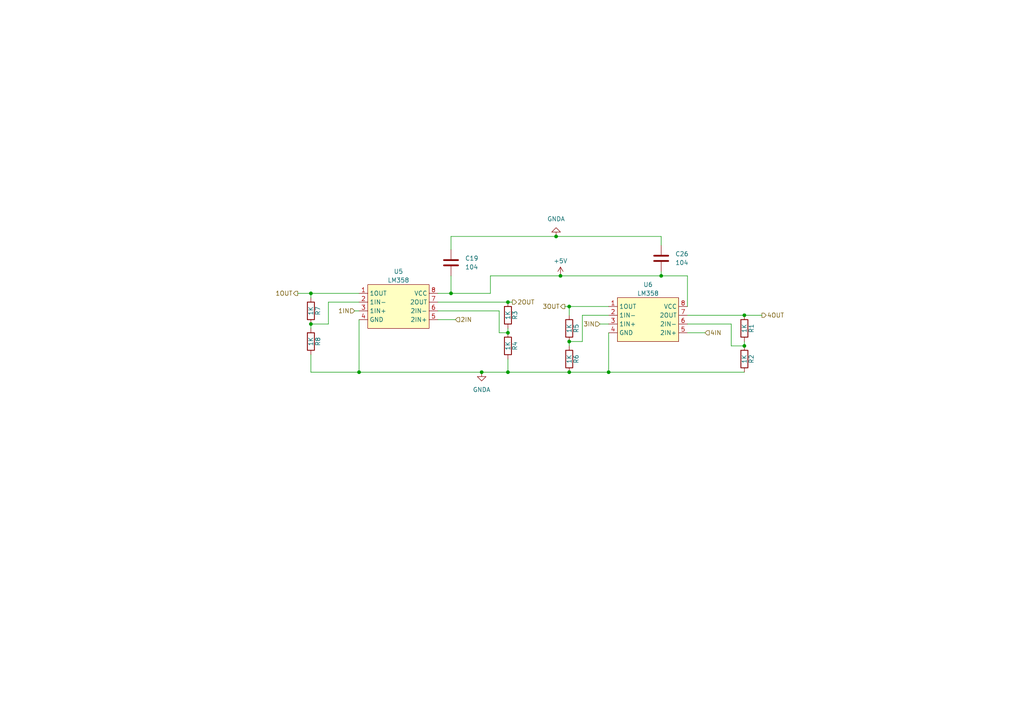
<source format=kicad_sch>
(kicad_sch
	(version 20231120)
	(generator "eeschema")
	(generator_version "8.0")
	(uuid "5323e6af-ffdd-4eff-976f-933d45b3d9d9")
	(paper "A4")
	(lib_symbols
		(symbol "Device:C"
			(pin_numbers hide)
			(pin_names
				(offset 0.254)
			)
			(exclude_from_sim no)
			(in_bom yes)
			(on_board yes)
			(property "Reference" "C"
				(at 0.635 2.54 0)
				(effects
					(font
						(size 1.27 1.27)
					)
					(justify left)
				)
			)
			(property "Value" "C"
				(at 0.635 -2.54 0)
				(effects
					(font
						(size 1.27 1.27)
					)
					(justify left)
				)
			)
			(property "Footprint" ""
				(at 0.9652 -3.81 0)
				(effects
					(font
						(size 1.27 1.27)
					)
					(hide yes)
				)
			)
			(property "Datasheet" "~"
				(at 0 0 0)
				(effects
					(font
						(size 1.27 1.27)
					)
					(hide yes)
				)
			)
			(property "Description" "Unpolarized capacitor"
				(at 0 0 0)
				(effects
					(font
						(size 1.27 1.27)
					)
					(hide yes)
				)
			)
			(property "ki_keywords" "cap capacitor"
				(at 0 0 0)
				(effects
					(font
						(size 1.27 1.27)
					)
					(hide yes)
				)
			)
			(property "ki_fp_filters" "C_*"
				(at 0 0 0)
				(effects
					(font
						(size 1.27 1.27)
					)
					(hide yes)
				)
			)
			(symbol "C_0_1"
				(polyline
					(pts
						(xy -2.032 -0.762) (xy 2.032 -0.762)
					)
					(stroke
						(width 0.508)
						(type default)
					)
					(fill
						(type none)
					)
				)
				(polyline
					(pts
						(xy -2.032 0.762) (xy 2.032 0.762)
					)
					(stroke
						(width 0.508)
						(type default)
					)
					(fill
						(type none)
					)
				)
			)
			(symbol "C_1_1"
				(pin passive line
					(at 0 3.81 270)
					(length 2.794)
					(name "~"
						(effects
							(font
								(size 1.27 1.27)
							)
						)
					)
					(number "1"
						(effects
							(font
								(size 1.27 1.27)
							)
						)
					)
				)
				(pin passive line
					(at 0 -3.81 90)
					(length 2.794)
					(name "~"
						(effects
							(font
								(size 1.27 1.27)
							)
						)
					)
					(number "2"
						(effects
							(font
								(size 1.27 1.27)
							)
						)
					)
				)
			)
		)
		(symbol "Device:R"
			(pin_numbers hide)
			(pin_names
				(offset 0)
			)
			(exclude_from_sim no)
			(in_bom yes)
			(on_board yes)
			(property "Reference" "R"
				(at 2.032 0 90)
				(effects
					(font
						(size 1.27 1.27)
					)
				)
			)
			(property "Value" "R"
				(at 0 0 90)
				(effects
					(font
						(size 1.27 1.27)
					)
				)
			)
			(property "Footprint" ""
				(at -1.778 0 90)
				(effects
					(font
						(size 1.27 1.27)
					)
					(hide yes)
				)
			)
			(property "Datasheet" "~"
				(at 0 0 0)
				(effects
					(font
						(size 1.27 1.27)
					)
					(hide yes)
				)
			)
			(property "Description" "Resistor"
				(at 0 0 0)
				(effects
					(font
						(size 1.27 1.27)
					)
					(hide yes)
				)
			)
			(property "ki_keywords" "R res resistor"
				(at 0 0 0)
				(effects
					(font
						(size 1.27 1.27)
					)
					(hide yes)
				)
			)
			(property "ki_fp_filters" "R_*"
				(at 0 0 0)
				(effects
					(font
						(size 1.27 1.27)
					)
					(hide yes)
				)
			)
			(symbol "R_0_1"
				(rectangle
					(start -1.016 -2.54)
					(end 1.016 2.54)
					(stroke
						(width 0.254)
						(type default)
					)
					(fill
						(type none)
					)
				)
			)
			(symbol "R_1_1"
				(pin passive line
					(at 0 3.81 270)
					(length 1.27)
					(name "~"
						(effects
							(font
								(size 1.27 1.27)
							)
						)
					)
					(number "1"
						(effects
							(font
								(size 1.27 1.27)
							)
						)
					)
				)
				(pin passive line
					(at 0 -3.81 90)
					(length 1.27)
					(name "~"
						(effects
							(font
								(size 1.27 1.27)
							)
						)
					)
					(number "2"
						(effects
							(font
								(size 1.27 1.27)
							)
						)
					)
				)
			)
		)
		(symbol "MY_Library:LM358"
			(exclude_from_sim no)
			(in_bom yes)
			(on_board yes)
			(property "Reference" "U"
				(at 9.652 -7.62 0)
				(effects
					(font
						(size 1.27 1.27)
					)
				)
			)
			(property "Value" ""
				(at 0 0 0)
				(effects
					(font
						(size 1.27 1.27)
					)
				)
			)
			(property "Footprint" "Package_SO:SOIC-8-1EP_3.9x4.9mm_P1.27mm_EP2.29x3mm"
				(at -0.762 -9.652 0)
				(effects
					(font
						(size 1.27 1.27)
					)
					(hide yes)
				)
			)
			(property "Datasheet" ""
				(at 0 0 0)
				(effects
					(font
						(size 1.27 1.27)
					)
					(hide yes)
				)
			)
			(property "Description" ""
				(at 0 0 0)
				(effects
					(font
						(size 1.27 1.27)
					)
					(hide yes)
				)
			)
			(symbol "LM358_1_1"
				(rectangle
					(start -8.89 6.35)
					(end 8.89 -6.35)
					(stroke
						(width 0)
						(type default)
					)
					(fill
						(type background)
					)
				)
				(pin input line
					(at -11.43 3.81 0)
					(length 2.54)
					(name "1OUT"
						(effects
							(font
								(size 1.27 1.27)
							)
						)
					)
					(number "1"
						(effects
							(font
								(size 1.27 1.27)
							)
						)
					)
				)
				(pin input line
					(at -11.43 1.27 0)
					(length 2.54)
					(name "1IN-"
						(effects
							(font
								(size 1.27 1.27)
							)
						)
					)
					(number "2"
						(effects
							(font
								(size 1.27 1.27)
							)
						)
					)
				)
				(pin input line
					(at -11.43 -1.27 0)
					(length 2.54)
					(name "1IN+"
						(effects
							(font
								(size 1.27 1.27)
							)
						)
					)
					(number "3"
						(effects
							(font
								(size 1.27 1.27)
							)
						)
					)
				)
				(pin input line
					(at -11.43 -3.81 0)
					(length 2.54)
					(name "GND"
						(effects
							(font
								(size 1.27 1.27)
							)
						)
					)
					(number "4"
						(effects
							(font
								(size 1.27 1.27)
							)
						)
					)
				)
				(pin input line
					(at 11.43 -3.81 180)
					(length 2.54)
					(name "2IN+"
						(effects
							(font
								(size 1.27 1.27)
							)
						)
					)
					(number "5"
						(effects
							(font
								(size 1.27 1.27)
							)
						)
					)
				)
				(pin input line
					(at 11.43 -1.27 180)
					(length 2.54)
					(name "2IN-"
						(effects
							(font
								(size 1.27 1.27)
							)
						)
					)
					(number "6"
						(effects
							(font
								(size 1.27 1.27)
							)
						)
					)
				)
				(pin input line
					(at 11.43 1.27 180)
					(length 2.54)
					(name "2OUT"
						(effects
							(font
								(size 1.27 1.27)
							)
						)
					)
					(number "7"
						(effects
							(font
								(size 1.27 1.27)
							)
						)
					)
				)
				(pin input line
					(at 11.43 3.81 180)
					(length 2.54)
					(name "VCC"
						(effects
							(font
								(size 1.27 1.27)
							)
						)
					)
					(number "8"
						(effects
							(font
								(size 1.27 1.27)
							)
						)
					)
				)
			)
		)
		(symbol "power:+5V"
			(power)
			(pin_names
				(offset 0)
			)
			(exclude_from_sim no)
			(in_bom yes)
			(on_board yes)
			(property "Reference" "#PWR"
				(at 0 -3.81 0)
				(effects
					(font
						(size 1.27 1.27)
					)
					(hide yes)
				)
			)
			(property "Value" "+5V"
				(at 0 3.556 0)
				(effects
					(font
						(size 1.27 1.27)
					)
				)
			)
			(property "Footprint" ""
				(at 0 0 0)
				(effects
					(font
						(size 1.27 1.27)
					)
					(hide yes)
				)
			)
			(property "Datasheet" ""
				(at 0 0 0)
				(effects
					(font
						(size 1.27 1.27)
					)
					(hide yes)
				)
			)
			(property "Description" "Power symbol creates a global label with name \"+5V\""
				(at 0 0 0)
				(effects
					(font
						(size 1.27 1.27)
					)
					(hide yes)
				)
			)
			(property "ki_keywords" "global power"
				(at 0 0 0)
				(effects
					(font
						(size 1.27 1.27)
					)
					(hide yes)
				)
			)
			(symbol "+5V_0_1"
				(polyline
					(pts
						(xy -0.762 1.27) (xy 0 2.54)
					)
					(stroke
						(width 0)
						(type default)
					)
					(fill
						(type none)
					)
				)
				(polyline
					(pts
						(xy 0 0) (xy 0 2.54)
					)
					(stroke
						(width 0)
						(type default)
					)
					(fill
						(type none)
					)
				)
				(polyline
					(pts
						(xy 0 2.54) (xy 0.762 1.27)
					)
					(stroke
						(width 0)
						(type default)
					)
					(fill
						(type none)
					)
				)
			)
			(symbol "+5V_1_1"
				(pin power_in line
					(at 0 0 90)
					(length 0) hide
					(name "+5V"
						(effects
							(font
								(size 1.27 1.27)
							)
						)
					)
					(number "1"
						(effects
							(font
								(size 1.27 1.27)
							)
						)
					)
				)
			)
		)
		(symbol "power:GNDA"
			(power)
			(pin_names
				(offset 0)
			)
			(exclude_from_sim no)
			(in_bom yes)
			(on_board yes)
			(property "Reference" "#PWR"
				(at 0 -6.35 0)
				(effects
					(font
						(size 1.27 1.27)
					)
					(hide yes)
				)
			)
			(property "Value" "GNDA"
				(at 0 -3.81 0)
				(effects
					(font
						(size 1.27 1.27)
					)
				)
			)
			(property "Footprint" ""
				(at 0 0 0)
				(effects
					(font
						(size 1.27 1.27)
					)
					(hide yes)
				)
			)
			(property "Datasheet" ""
				(at 0 0 0)
				(effects
					(font
						(size 1.27 1.27)
					)
					(hide yes)
				)
			)
			(property "Description" "Power symbol creates a global label with name \"GNDA\" , analog ground"
				(at 0 0 0)
				(effects
					(font
						(size 1.27 1.27)
					)
					(hide yes)
				)
			)
			(property "ki_keywords" "global power"
				(at 0 0 0)
				(effects
					(font
						(size 1.27 1.27)
					)
					(hide yes)
				)
			)
			(symbol "GNDA_0_1"
				(polyline
					(pts
						(xy 0 0) (xy 0 -1.27) (xy 1.27 -1.27) (xy 0 -2.54) (xy -1.27 -1.27) (xy 0 -1.27)
					)
					(stroke
						(width 0)
						(type default)
					)
					(fill
						(type none)
					)
				)
			)
			(symbol "GNDA_1_1"
				(pin power_in line
					(at 0 0 270)
					(length 0) hide
					(name "GNDA"
						(effects
							(font
								(size 1.27 1.27)
							)
						)
					)
					(number "1"
						(effects
							(font
								(size 1.27 1.27)
							)
						)
					)
				)
			)
		)
	)
	(junction
		(at 90.17 93.98)
		(diameter 0)
		(color 0 0 0 0)
		(uuid "112ed757-6afc-422a-a844-ef566106d2b3")
	)
	(junction
		(at 165.1 107.95)
		(diameter 0)
		(color 0 0 0 0)
		(uuid "127fadc8-efb2-4985-8226-4e872f9deafd")
	)
	(junction
		(at 130.81 85.09)
		(diameter 0)
		(color 0 0 0 0)
		(uuid "15586260-d656-40ed-910c-e20a7b5f272f")
	)
	(junction
		(at 165.1 99.06)
		(diameter 0)
		(color 0 0 0 0)
		(uuid "3b3d8964-05d3-4f43-b3c1-0668d40f11e2")
	)
	(junction
		(at 191.77 80.01)
		(diameter 0)
		(color 0 0 0 0)
		(uuid "4fa0c9eb-d462-4378-849f-eb38b34416a1")
	)
	(junction
		(at 162.56 80.01)
		(diameter 0)
		(color 0 0 0 0)
		(uuid "57a1cf27-c799-4a66-be2f-0da0b4d86990")
	)
	(junction
		(at 139.7 107.95)
		(diameter 0)
		(color 0 0 0 0)
		(uuid "57b9acc2-a29a-44a2-ae6c-43d6c9bc3414")
	)
	(junction
		(at 215.9 100.33)
		(diameter 0)
		(color 0 0 0 0)
		(uuid "59d0a1af-90d2-4b4b-bf0c-9eb40cf36498")
	)
	(junction
		(at 104.14 107.95)
		(diameter 0)
		(color 0 0 0 0)
		(uuid "60123eb3-de3e-4bb2-9648-a8a8a8fc8919")
	)
	(junction
		(at 215.9 91.44)
		(diameter 0)
		(color 0 0 0 0)
		(uuid "80e9cccf-b83d-4c10-b088-acdea64ae174")
	)
	(junction
		(at 147.32 87.63)
		(diameter 0)
		(color 0 0 0 0)
		(uuid "a8983c36-0dcb-4891-8785-0a7f902e85dd")
	)
	(junction
		(at 147.32 96.52)
		(diameter 0)
		(color 0 0 0 0)
		(uuid "acec1bc4-3c04-4b73-b90e-8b67d16e9c70")
	)
	(junction
		(at 176.53 107.95)
		(diameter 0)
		(color 0 0 0 0)
		(uuid "ca07bfcf-4748-43a8-b9a2-a7e3fc5ba112")
	)
	(junction
		(at 161.29 68.58)
		(diameter 0)
		(color 0 0 0 0)
		(uuid "d1d85ec7-3387-4f2a-8ed0-10a39af3b411")
	)
	(junction
		(at 165.1 88.9)
		(diameter 0)
		(color 0 0 0 0)
		(uuid "e54b9ffd-1750-47e0-9c67-ca26c47be148")
	)
	(junction
		(at 147.32 107.95)
		(diameter 0)
		(color 0 0 0 0)
		(uuid "e872461f-b319-41fe-8873-4ec8db9f38c7")
	)
	(junction
		(at 90.17 85.09)
		(diameter 0)
		(color 0 0 0 0)
		(uuid "fb0a9e49-c6eb-4e99-b22a-d9eedec0048f")
	)
	(wire
		(pts
			(xy 139.7 107.95) (xy 104.14 107.95)
		)
		(stroke
			(width 0)
			(type default)
		)
		(uuid "083eedd4-87c5-4764-a95b-052c83460fcf")
	)
	(wire
		(pts
			(xy 199.39 93.98) (xy 212.09 93.98)
		)
		(stroke
			(width 0)
			(type default)
		)
		(uuid "0b1edc18-490e-4e2d-9b2d-4e7a921c2860")
	)
	(wire
		(pts
			(xy 191.77 78.74) (xy 191.77 80.01)
		)
		(stroke
			(width 0)
			(type default)
		)
		(uuid "0b8f097e-1c4c-414d-9880-df6e15ca4c68")
	)
	(wire
		(pts
			(xy 90.17 102.87) (xy 90.17 107.95)
		)
		(stroke
			(width 0)
			(type default)
		)
		(uuid "1182c1a1-5354-4202-80cc-805b0e91c476")
	)
	(wire
		(pts
			(xy 173.99 93.98) (xy 176.53 93.98)
		)
		(stroke
			(width 0)
			(type default)
		)
		(uuid "14f15cf0-fcbe-4c5b-b8c6-bae839a62e5f")
	)
	(wire
		(pts
			(xy 142.24 85.09) (xy 130.81 85.09)
		)
		(stroke
			(width 0)
			(type default)
		)
		(uuid "1603ca75-9aeb-4dd0-b0a9-68d2203a274a")
	)
	(wire
		(pts
			(xy 90.17 85.09) (xy 104.14 85.09)
		)
		(stroke
			(width 0)
			(type default)
		)
		(uuid "1f4975fd-bc05-445a-b0ab-6a212f12bdcc")
	)
	(wire
		(pts
			(xy 147.32 95.25) (xy 147.32 96.52)
		)
		(stroke
			(width 0)
			(type default)
		)
		(uuid "21b84398-918c-4fb0-8cbd-e77b9c316072")
	)
	(wire
		(pts
			(xy 147.32 104.14) (xy 147.32 107.95)
		)
		(stroke
			(width 0)
			(type default)
		)
		(uuid "338890d4-cf31-466d-b58d-81be87762790")
	)
	(wire
		(pts
			(xy 142.24 80.01) (xy 142.24 85.09)
		)
		(stroke
			(width 0)
			(type default)
		)
		(uuid "3478d279-83c7-4e90-9d70-5cc58a2737c2")
	)
	(wire
		(pts
			(xy 176.53 107.95) (xy 165.1 107.95)
		)
		(stroke
			(width 0)
			(type default)
		)
		(uuid "367787ca-7077-49ab-98b0-75256a8a7276")
	)
	(wire
		(pts
			(xy 130.81 72.39) (xy 130.81 68.58)
		)
		(stroke
			(width 0)
			(type default)
		)
		(uuid "3a5fadd8-6172-4f40-be9b-b60c32ea0bac")
	)
	(wire
		(pts
			(xy 176.53 107.95) (xy 215.9 107.95)
		)
		(stroke
			(width 0)
			(type default)
		)
		(uuid "3d95e3aa-d705-4a25-a589-49823ddc8c34")
	)
	(wire
		(pts
			(xy 199.39 91.44) (xy 215.9 91.44)
		)
		(stroke
			(width 0)
			(type default)
		)
		(uuid "408d9f37-8e63-4348-955b-b2c3a0fb15f2")
	)
	(wire
		(pts
			(xy 102.87 90.17) (xy 104.14 90.17)
		)
		(stroke
			(width 0)
			(type default)
		)
		(uuid "474b560b-e29e-435f-8f6d-f29fbb530c40")
	)
	(wire
		(pts
			(xy 147.32 107.95) (xy 139.7 107.95)
		)
		(stroke
			(width 0)
			(type default)
		)
		(uuid "4a6bcea6-b6ea-4fea-9fd5-58e62e402fb7")
	)
	(wire
		(pts
			(xy 168.91 91.44) (xy 176.53 91.44)
		)
		(stroke
			(width 0)
			(type default)
		)
		(uuid "4b9df4d8-8d8c-40f8-9072-7219552d61b7")
	)
	(wire
		(pts
			(xy 90.17 86.36) (xy 90.17 85.09)
		)
		(stroke
			(width 0)
			(type default)
		)
		(uuid "4c584e7e-7eb4-4451-b266-523047ecd273")
	)
	(wire
		(pts
			(xy 199.39 96.52) (xy 204.47 96.52)
		)
		(stroke
			(width 0)
			(type default)
		)
		(uuid "5127a547-9fa5-4c46-bd1d-cd7c54cf995b")
	)
	(wire
		(pts
			(xy 127 90.17) (xy 144.78 90.17)
		)
		(stroke
			(width 0)
			(type default)
		)
		(uuid "537bb732-7423-40d5-b5b9-0593c9684ffc")
	)
	(wire
		(pts
			(xy 95.25 93.98) (xy 90.17 93.98)
		)
		(stroke
			(width 0)
			(type default)
		)
		(uuid "5e7d472b-04a0-4211-875b-4d8d97bf519c")
	)
	(wire
		(pts
			(xy 147.32 87.63) (xy 148.59 87.63)
		)
		(stroke
			(width 0)
			(type default)
		)
		(uuid "605e4379-3687-4e91-af32-e56dbc9701aa")
	)
	(wire
		(pts
			(xy 165.1 88.9) (xy 165.1 91.44)
		)
		(stroke
			(width 0)
			(type default)
		)
		(uuid "61580c10-0d65-4b5a-aa7c-d984f87f2794")
	)
	(wire
		(pts
			(xy 215.9 100.33) (xy 215.9 99.06)
		)
		(stroke
			(width 0)
			(type default)
		)
		(uuid "67d83e82-d3ea-43a9-a7a5-e53205ffbffb")
	)
	(wire
		(pts
			(xy 90.17 107.95) (xy 104.14 107.95)
		)
		(stroke
			(width 0)
			(type default)
		)
		(uuid "686276e5-c826-4e82-a83b-769b2c43e3a0")
	)
	(wire
		(pts
			(xy 130.81 80.01) (xy 130.81 85.09)
		)
		(stroke
			(width 0)
			(type default)
		)
		(uuid "68c575f3-664d-4110-a2e5-ef2284797528")
	)
	(wire
		(pts
			(xy 215.9 91.44) (xy 220.98 91.44)
		)
		(stroke
			(width 0)
			(type default)
		)
		(uuid "6ca8d39c-e0ff-499a-b29b-c6330652b4f9")
	)
	(wire
		(pts
			(xy 176.53 96.52) (xy 176.53 107.95)
		)
		(stroke
			(width 0)
			(type default)
		)
		(uuid "6dc2ad87-38e1-4c3e-963b-8828305a0136")
	)
	(wire
		(pts
			(xy 130.81 85.09) (xy 127 85.09)
		)
		(stroke
			(width 0)
			(type default)
		)
		(uuid "80f5c83f-5df1-46de-869b-5df04030afe5")
	)
	(wire
		(pts
			(xy 95.25 87.63) (xy 104.14 87.63)
		)
		(stroke
			(width 0)
			(type default)
		)
		(uuid "82057104-af03-4a19-ac3e-127428bf3981")
	)
	(wire
		(pts
			(xy 191.77 80.01) (xy 199.39 80.01)
		)
		(stroke
			(width 0)
			(type default)
		)
		(uuid "8b7346e8-0836-4a38-9dca-1daf2316a2b6")
	)
	(wire
		(pts
			(xy 165.1 88.9) (xy 176.53 88.9)
		)
		(stroke
			(width 0)
			(type default)
		)
		(uuid "8cb85310-0ea6-4216-9d14-4ede3bd3b718")
	)
	(wire
		(pts
			(xy 162.56 80.01) (xy 191.77 80.01)
		)
		(stroke
			(width 0)
			(type default)
		)
		(uuid "94ea3bb4-56c1-4639-a327-fdf9f5f99cdf")
	)
	(wire
		(pts
			(xy 90.17 93.98) (xy 90.17 95.25)
		)
		(stroke
			(width 0)
			(type default)
		)
		(uuid "96e7b46f-82f8-4fa8-967e-db8bac6c38d9")
	)
	(wire
		(pts
			(xy 212.09 93.98) (xy 212.09 100.33)
		)
		(stroke
			(width 0)
			(type default)
		)
		(uuid "97c6d00d-ccc4-4c5b-8c21-171f91abf8a6")
	)
	(wire
		(pts
			(xy 127 87.63) (xy 147.32 87.63)
		)
		(stroke
			(width 0)
			(type default)
		)
		(uuid "9924931a-b97a-4277-85c7-19d64916171a")
	)
	(wire
		(pts
			(xy 161.29 68.58) (xy 191.77 68.58)
		)
		(stroke
			(width 0)
			(type default)
		)
		(uuid "b05eb57c-9e1e-433e-8553-7fac015ad37e")
	)
	(wire
		(pts
			(xy 163.83 88.9) (xy 165.1 88.9)
		)
		(stroke
			(width 0)
			(type default)
		)
		(uuid "b4c87b07-b32f-410b-a54f-f0cd2fe27479")
	)
	(wire
		(pts
			(xy 104.14 107.95) (xy 104.14 92.71)
		)
		(stroke
			(width 0)
			(type default)
		)
		(uuid "b58cf248-083e-40d9-b9df-66871666e7df")
	)
	(wire
		(pts
			(xy 86.36 85.09) (xy 90.17 85.09)
		)
		(stroke
			(width 0)
			(type default)
		)
		(uuid "b88d2b9b-75d8-4b3c-9089-2c10ada8bf8f")
	)
	(wire
		(pts
			(xy 168.91 99.06) (xy 165.1 99.06)
		)
		(stroke
			(width 0)
			(type default)
		)
		(uuid "bd3e4ff4-ea6a-4151-8c1b-d06ae7b2c289")
	)
	(wire
		(pts
			(xy 95.25 87.63) (xy 95.25 93.98)
		)
		(stroke
			(width 0)
			(type default)
		)
		(uuid "d0fa1d4d-b53e-4381-9082-72d39f1960e1")
	)
	(wire
		(pts
			(xy 127 92.71) (xy 132.08 92.71)
		)
		(stroke
			(width 0)
			(type default)
		)
		(uuid "d5b0f1c7-9201-41aa-9c55-7959f0795083")
	)
	(wire
		(pts
			(xy 165.1 99.06) (xy 165.1 100.33)
		)
		(stroke
			(width 0)
			(type default)
		)
		(uuid "d8459947-6bcf-4adb-9645-e3a1459cf728")
	)
	(wire
		(pts
			(xy 130.81 68.58) (xy 161.29 68.58)
		)
		(stroke
			(width 0)
			(type default)
		)
		(uuid "d8fbb5ee-35b0-4040-aa4c-6fc261338697")
	)
	(wire
		(pts
			(xy 191.77 71.12) (xy 191.77 68.58)
		)
		(stroke
			(width 0)
			(type default)
		)
		(uuid "dd56ccf0-0bf3-4196-a162-d1c3df8197d4")
	)
	(wire
		(pts
			(xy 212.09 100.33) (xy 215.9 100.33)
		)
		(stroke
			(width 0)
			(type default)
		)
		(uuid "df6c3dc1-4c23-41ac-bcdd-f9d376f2bd25")
	)
	(wire
		(pts
			(xy 144.78 90.17) (xy 144.78 96.52)
		)
		(stroke
			(width 0)
			(type default)
		)
		(uuid "e8e70495-31fe-4378-9412-e61584993699")
	)
	(wire
		(pts
			(xy 142.24 80.01) (xy 162.56 80.01)
		)
		(stroke
			(width 0)
			(type default)
		)
		(uuid "ec4cfac3-1bbc-4837-b478-06ce0532637a")
	)
	(wire
		(pts
			(xy 168.91 91.44) (xy 168.91 99.06)
		)
		(stroke
			(width 0)
			(type default)
		)
		(uuid "f3e7378f-712c-41cf-a593-f26f51b25ccd")
	)
	(wire
		(pts
			(xy 199.39 88.9) (xy 199.39 80.01)
		)
		(stroke
			(width 0)
			(type default)
		)
		(uuid "fb0efedd-7887-4df3-b9a9-c57a63aacba8")
	)
	(wire
		(pts
			(xy 144.78 96.52) (xy 147.32 96.52)
		)
		(stroke
			(width 0)
			(type default)
		)
		(uuid "fb3461b5-9db9-4437-9dd1-9a498ab1ab4a")
	)
	(wire
		(pts
			(xy 165.1 107.95) (xy 147.32 107.95)
		)
		(stroke
			(width 0)
			(type default)
		)
		(uuid "ffd38b1e-4d34-43cc-82bf-55bce1d5f424")
	)
	(hierarchical_label "2IN"
		(shape input)
		(at 132.08 92.71 0)
		(fields_autoplaced yes)
		(effects
			(font
				(size 1.27 1.27)
			)
			(justify left)
		)
		(uuid "035b44d4-984d-4ea2-b30b-19731f84340c")
	)
	(hierarchical_label "2OUT"
		(shape output)
		(at 148.59 87.63 0)
		(fields_autoplaced yes)
		(effects
			(font
				(size 1.27 1.27)
			)
			(justify left)
		)
		(uuid "75b047fb-845f-4fff-b2b1-48a4fa5af0ad")
	)
	(hierarchical_label "3IN"
		(shape input)
		(at 173.99 93.98 180)
		(fields_autoplaced yes)
		(effects
			(font
				(size 1.27 1.27)
			)
			(justify right)
		)
		(uuid "9db1949f-b6e8-4850-9c5d-df13b571c6ce")
	)
	(hierarchical_label "1IN"
		(shape input)
		(at 102.87 90.17 180)
		(fields_autoplaced yes)
		(effects
			(font
				(size 1.27 1.27)
			)
			(justify right)
		)
		(uuid "af7464b5-11ff-409e-b2fa-3d095246c91c")
	)
	(hierarchical_label "1OUT"
		(shape output)
		(at 86.36 85.09 180)
		(fields_autoplaced yes)
		(effects
			(font
				(size 1.27 1.27)
			)
			(justify right)
		)
		(uuid "b25a60f8-8597-4200-84a7-55f3f00320e4")
	)
	(hierarchical_label "4IN"
		(shape input)
		(at 204.47 96.52 0)
		(fields_autoplaced yes)
		(effects
			(font
				(size 1.27 1.27)
			)
			(justify left)
		)
		(uuid "c007af56-9750-4411-aea3-f007335bcf62")
	)
	(hierarchical_label "4OUT"
		(shape output)
		(at 220.98 91.44 0)
		(fields_autoplaced yes)
		(effects
			(font
				(size 1.27 1.27)
			)
			(justify left)
		)
		(uuid "c5f19e8f-7bb5-47ae-8c9d-4a4b05e0d746")
	)
	(hierarchical_label "3OUT"
		(shape output)
		(at 163.83 88.9 180)
		(fields_autoplaced yes)
		(effects
			(font
				(size 1.27 1.27)
			)
			(justify right)
		)
		(uuid "d5a24f6c-cc86-47ea-9a3b-53faa7cb41c9")
	)
	(symbol
		(lib_id "Device:R")
		(at 90.17 90.17 180)
		(unit 1)
		(exclude_from_sim no)
		(in_bom yes)
		(on_board yes)
		(dnp no)
		(uuid "03e17983-52b1-4930-b418-793a0928e934")
		(property "Reference" "R7"
			(at 92.202 90.17 90)
			(effects
				(font
					(size 1.27 1.27)
				)
			)
		)
		(property "Value" "1K"
			(at 90.17 90.17 90)
			(effects
				(font
					(size 1.27 1.27)
				)
			)
		)
		(property "Footprint" "Resistor_SMD:R_0805_2012Metric_Pad1.20x1.40mm_HandSolder"
			(at 91.948 90.17 90)
			(effects
				(font
					(size 1.27 1.27)
				)
				(hide yes)
			)
		)
		(property "Datasheet" "~"
			(at 90.17 90.17 0)
			(effects
				(font
					(size 1.27 1.27)
				)
				(hide yes)
			)
		)
		(property "Description" ""
			(at 90.17 90.17 0)
			(effects
				(font
					(size 1.27 1.27)
				)
				(hide yes)
			)
		)
		(pin "2"
			(uuid "a2936f87-68ca-4823-b703-92d077c7dc2a")
		)
		(pin "1"
			(uuid "fa956a49-d4dd-48ac-8fca-f39a54ee8e83")
		)
		(instances
			(project "运动控制卡"
				(path "/44f95aaa-b8fb-4878-90c0-6b2790b3f62f/6bcda6e2-c782-4bb5-932b-9cc10393a231"
					(reference "R7")
					(unit 1)
				)
			)
		)
	)
	(symbol
		(lib_id "Device:R")
		(at 215.9 104.14 180)
		(unit 1)
		(exclude_from_sim no)
		(in_bom yes)
		(on_board yes)
		(dnp no)
		(uuid "07df3e89-2478-437f-adca-7893845d3f3b")
		(property "Reference" "R2"
			(at 217.932 104.14 90)
			(effects
				(font
					(size 1.27 1.27)
				)
			)
		)
		(property "Value" "1K"
			(at 215.9 104.14 90)
			(effects
				(font
					(size 1.27 1.27)
				)
			)
		)
		(property "Footprint" "Resistor_SMD:R_0805_2012Metric_Pad1.20x1.40mm_HandSolder"
			(at 217.678 104.14 90)
			(effects
				(font
					(size 1.27 1.27)
				)
				(hide yes)
			)
		)
		(property "Datasheet" "~"
			(at 215.9 104.14 0)
			(effects
				(font
					(size 1.27 1.27)
				)
				(hide yes)
			)
		)
		(property "Description" ""
			(at 215.9 104.14 0)
			(effects
				(font
					(size 1.27 1.27)
				)
				(hide yes)
			)
		)
		(pin "2"
			(uuid "a7d7c8e8-229f-4313-ba31-a54dc1ed7afe")
		)
		(pin "1"
			(uuid "8b77a79f-2ffb-4c64-92e2-942051a688da")
		)
		(instances
			(project "运动控制卡"
				(path "/44f95aaa-b8fb-4878-90c0-6b2790b3f62f/6bcda6e2-c782-4bb5-932b-9cc10393a231"
					(reference "R2")
					(unit 1)
				)
			)
		)
	)
	(symbol
		(lib_id "MY_Library:LM358")
		(at 187.96 92.71 0)
		(unit 1)
		(exclude_from_sim no)
		(in_bom yes)
		(on_board yes)
		(dnp no)
		(fields_autoplaced yes)
		(uuid "2d5fd550-cfb0-4825-b645-716c5446df20")
		(property "Reference" "U6"
			(at 187.96 82.55 0)
			(effects
				(font
					(size 1.27 1.27)
				)
			)
		)
		(property "Value" "LM358"
			(at 187.96 85.09 0)
			(effects
				(font
					(size 1.27 1.27)
				)
			)
		)
		(property "Footprint" "Package_SO:SOIC-8_3.9x4.9mm_P1.27mm"
			(at 187.198 102.362 0)
			(effects
				(font
					(size 1.27 1.27)
				)
				(hide yes)
			)
		)
		(property "Datasheet" ""
			(at 187.96 92.71 0)
			(effects
				(font
					(size 1.27 1.27)
				)
				(hide yes)
			)
		)
		(property "Description" ""
			(at 187.96 92.71 0)
			(effects
				(font
					(size 1.27 1.27)
				)
				(hide yes)
			)
		)
		(pin "2"
			(uuid "f1e7ed40-a833-4c37-a76d-8b6274085a76")
		)
		(pin "7"
			(uuid "4b12f09f-67d3-4a05-9780-c55d03319b30")
		)
		(pin "8"
			(uuid "edb42163-362c-401f-82e9-cab792745f66")
		)
		(pin "4"
			(uuid "b8a3e2d6-7dcf-45a7-b55d-72fb7094c498")
		)
		(pin "1"
			(uuid "221bdbf0-f975-4f07-847b-214e5663aecf")
		)
		(pin "3"
			(uuid "24e84bee-90af-42c0-bc04-678cf07c0ed4")
		)
		(pin "5"
			(uuid "dc82ddf0-fd41-487f-a126-2bc2c0447e36")
		)
		(pin "6"
			(uuid "ff7b4f4a-008c-435f-b3fb-89bbac5990d7")
		)
		(instances
			(project "运动控制卡"
				(path "/44f95aaa-b8fb-4878-90c0-6b2790b3f62f/6bcda6e2-c782-4bb5-932b-9cc10393a231"
					(reference "U6")
					(unit 1)
				)
			)
		)
	)
	(symbol
		(lib_id "Device:R")
		(at 165.1 95.25 180)
		(unit 1)
		(exclude_from_sim no)
		(in_bom yes)
		(on_board yes)
		(dnp no)
		(uuid "2d7ed7d0-2cb1-4072-899b-26ca02adac6c")
		(property "Reference" "R5"
			(at 167.132 95.25 90)
			(effects
				(font
					(size 1.27 1.27)
				)
			)
		)
		(property "Value" "1K"
			(at 165.1 95.25 90)
			(effects
				(font
					(size 1.27 1.27)
				)
			)
		)
		(property "Footprint" "Resistor_SMD:R_0805_2012Metric_Pad1.20x1.40mm_HandSolder"
			(at 166.878 95.25 90)
			(effects
				(font
					(size 1.27 1.27)
				)
				(hide yes)
			)
		)
		(property "Datasheet" "~"
			(at 165.1 95.25 0)
			(effects
				(font
					(size 1.27 1.27)
				)
				(hide yes)
			)
		)
		(property "Description" ""
			(at 165.1 95.25 0)
			(effects
				(font
					(size 1.27 1.27)
				)
				(hide yes)
			)
		)
		(pin "2"
			(uuid "50d978b2-d565-4109-bc80-d7a573a0882a")
		)
		(pin "1"
			(uuid "a2db384d-cade-46f8-aa77-31b7a11f49e1")
		)
		(instances
			(project "运动控制卡"
				(path "/44f95aaa-b8fb-4878-90c0-6b2790b3f62f/6bcda6e2-c782-4bb5-932b-9cc10393a231"
					(reference "R5")
					(unit 1)
				)
			)
		)
	)
	(symbol
		(lib_id "MY_Library:LM358")
		(at 115.57 88.9 0)
		(unit 1)
		(exclude_from_sim no)
		(in_bom yes)
		(on_board yes)
		(dnp no)
		(fields_autoplaced yes)
		(uuid "477734f5-16ea-47c0-a490-dfb691c8c8f4")
		(property "Reference" "U5"
			(at 115.57 78.74 0)
			(effects
				(font
					(size 1.27 1.27)
				)
			)
		)
		(property "Value" "LM358"
			(at 115.57 81.28 0)
			(effects
				(font
					(size 1.27 1.27)
				)
			)
		)
		(property "Footprint" "Package_SO:SOIC-8_3.9x4.9mm_P1.27mm"
			(at 114.808 98.552 0)
			(effects
				(font
					(size 1.27 1.27)
				)
				(hide yes)
			)
		)
		(property "Datasheet" ""
			(at 115.57 88.9 0)
			(effects
				(font
					(size 1.27 1.27)
				)
				(hide yes)
			)
		)
		(property "Description" ""
			(at 115.57 88.9 0)
			(effects
				(font
					(size 1.27 1.27)
				)
				(hide yes)
			)
		)
		(pin "6"
			(uuid "829ca6bc-68f2-4906-bd56-c4aa7201e91e")
		)
		(pin "1"
			(uuid "c41514ad-ee1e-4bb1-bf41-173fae0ab16f")
		)
		(pin "7"
			(uuid "9d14e9bf-9aa2-4237-8dc5-1448da28c891")
		)
		(pin "8"
			(uuid "27d44919-b838-41c0-bc2c-94c9b58f624e")
		)
		(pin "3"
			(uuid "f44eb2f2-8212-42c6-ab3b-eff59c12bb84")
		)
		(pin "4"
			(uuid "b1c388cc-4c4b-4d5b-8528-a48861bfe7d1")
		)
		(pin "5"
			(uuid "baebe77a-c28a-469a-bcc8-21fd152325d1")
		)
		(pin "2"
			(uuid "10957daa-8f05-4b21-9e0f-a62066e77e4e")
		)
		(instances
			(project "运动控制卡"
				(path "/44f95aaa-b8fb-4878-90c0-6b2790b3f62f/6bcda6e2-c782-4bb5-932b-9cc10393a231"
					(reference "U5")
					(unit 1)
				)
			)
		)
	)
	(symbol
		(lib_id "power:GNDA")
		(at 139.7 107.95 0)
		(unit 1)
		(exclude_from_sim no)
		(in_bom yes)
		(on_board yes)
		(dnp no)
		(fields_autoplaced yes)
		(uuid "50251147-ecf2-48ab-8fdd-cae3e3703862")
		(property "Reference" "#PWR020"
			(at 139.7 114.3 0)
			(effects
				(font
					(size 1.27 1.27)
				)
				(hide yes)
			)
		)
		(property "Value" "GNDA"
			(at 139.7 113.03 0)
			(effects
				(font
					(size 1.27 1.27)
				)
			)
		)
		(property "Footprint" ""
			(at 139.7 107.95 0)
			(effects
				(font
					(size 1.27 1.27)
				)
				(hide yes)
			)
		)
		(property "Datasheet" ""
			(at 139.7 107.95 0)
			(effects
				(font
					(size 1.27 1.27)
				)
				(hide yes)
			)
		)
		(property "Description" "Power symbol creates a global label with name \"GNDA\" , analog ground"
			(at 139.7 107.95 0)
			(effects
				(font
					(size 1.27 1.27)
				)
				(hide yes)
			)
		)
		(pin "1"
			(uuid "a16fa0ff-9b45-4f2d-9c1d-8dd05dd03b58")
		)
		(instances
			(project "运动控制卡"
				(path "/44f95aaa-b8fb-4878-90c0-6b2790b3f62f/6bcda6e2-c782-4bb5-932b-9cc10393a231"
					(reference "#PWR020")
					(unit 1)
				)
			)
		)
	)
	(symbol
		(lib_id "power:+5V")
		(at 162.56 80.01 0)
		(unit 1)
		(exclude_from_sim no)
		(in_bom yes)
		(on_board yes)
		(dnp no)
		(fields_autoplaced yes)
		(uuid "590466f5-85f6-4db1-bc24-628ed907c123")
		(property "Reference" "#PWR021"
			(at 162.56 83.82 0)
			(effects
				(font
					(size 1.27 1.27)
				)
				(hide yes)
			)
		)
		(property "Value" "+5V"
			(at 162.56 75.692 0)
			(effects
				(font
					(size 1.27 1.27)
				)
			)
		)
		(property "Footprint" ""
			(at 162.56 80.01 0)
			(effects
				(font
					(size 1.27 1.27)
				)
				(hide yes)
			)
		)
		(property "Datasheet" ""
			(at 162.56 80.01 0)
			(effects
				(font
					(size 1.27 1.27)
				)
				(hide yes)
			)
		)
		(property "Description" ""
			(at 162.56 80.01 0)
			(effects
				(font
					(size 1.27 1.27)
				)
				(hide yes)
			)
		)
		(pin "1"
			(uuid "8a33b7ac-44c7-44a8-b4ba-1802070d0c13")
		)
		(instances
			(project "运动控制卡"
				(path "/44f95aaa-b8fb-4878-90c0-6b2790b3f62f/6bcda6e2-c782-4bb5-932b-9cc10393a231"
					(reference "#PWR021")
					(unit 1)
				)
			)
		)
	)
	(symbol
		(lib_id "Device:R")
		(at 147.32 100.33 180)
		(unit 1)
		(exclude_from_sim no)
		(in_bom yes)
		(on_board yes)
		(dnp no)
		(uuid "5f6fe242-c134-4863-b6de-c716f9287b91")
		(property "Reference" "R4"
			(at 149.352 100.33 90)
			(effects
				(font
					(size 1.27 1.27)
				)
			)
		)
		(property "Value" "1K"
			(at 147.32 100.33 90)
			(effects
				(font
					(size 1.27 1.27)
				)
			)
		)
		(property "Footprint" "Resistor_SMD:R_0805_2012Metric_Pad1.20x1.40mm_HandSolder"
			(at 149.098 100.33 90)
			(effects
				(font
					(size 1.27 1.27)
				)
				(hide yes)
			)
		)
		(property "Datasheet" "~"
			(at 147.32 100.33 0)
			(effects
				(font
					(size 1.27 1.27)
				)
				(hide yes)
			)
		)
		(property "Description" ""
			(at 147.32 100.33 0)
			(effects
				(font
					(size 1.27 1.27)
				)
				(hide yes)
			)
		)
		(pin "2"
			(uuid "10a6c374-1464-4be4-a484-f8f2b4ecdf86")
		)
		(pin "1"
			(uuid "bdf410d8-34b3-41a3-95f6-bcfba1b48041")
		)
		(instances
			(project "运动控制卡"
				(path "/44f95aaa-b8fb-4878-90c0-6b2790b3f62f/6bcda6e2-c782-4bb5-932b-9cc10393a231"
					(reference "R4")
					(unit 1)
				)
			)
		)
	)
	(symbol
		(lib_id "Device:R")
		(at 165.1 104.14 180)
		(unit 1)
		(exclude_from_sim no)
		(in_bom yes)
		(on_board yes)
		(dnp no)
		(uuid "6051a6c6-101d-4920-8f17-7bd3f866fe6c")
		(property "Reference" "R6"
			(at 167.132 104.14 90)
			(effects
				(font
					(size 1.27 1.27)
				)
			)
		)
		(property "Value" "1K"
			(at 165.1 104.14 90)
			(effects
				(font
					(size 1.27 1.27)
				)
			)
		)
		(property "Footprint" "Resistor_SMD:R_0805_2012Metric_Pad1.20x1.40mm_HandSolder"
			(at 166.878 104.14 90)
			(effects
				(font
					(size 1.27 1.27)
				)
				(hide yes)
			)
		)
		(property "Datasheet" "~"
			(at 165.1 104.14 0)
			(effects
				(font
					(size 1.27 1.27)
				)
				(hide yes)
			)
		)
		(property "Description" ""
			(at 165.1 104.14 0)
			(effects
				(font
					(size 1.27 1.27)
				)
				(hide yes)
			)
		)
		(pin "2"
			(uuid "f09cc33a-3ab9-4905-abfe-74a3a307c2e2")
		)
		(pin "1"
			(uuid "6688a4d6-305c-44b6-8c87-739aa6f3694f")
		)
		(instances
			(project "运动控制卡"
				(path "/44f95aaa-b8fb-4878-90c0-6b2790b3f62f/6bcda6e2-c782-4bb5-932b-9cc10393a231"
					(reference "R6")
					(unit 1)
				)
			)
		)
	)
	(symbol
		(lib_id "Device:C")
		(at 191.77 74.93 0)
		(unit 1)
		(exclude_from_sim no)
		(in_bom yes)
		(on_board yes)
		(dnp no)
		(fields_autoplaced yes)
		(uuid "64f095d7-8a54-40e6-b790-bd2bca9ac51f")
		(property "Reference" "C26"
			(at 195.834 73.66 0)
			(effects
				(font
					(size 1.27 1.27)
				)
				(justify left)
			)
		)
		(property "Value" "104"
			(at 195.834 76.2 0)
			(effects
				(font
					(size 1.27 1.27)
				)
				(justify left)
			)
		)
		(property "Footprint" "Capacitor_SMD:C_0603_1608Metric"
			(at 192.7352 78.74 0)
			(effects
				(font
					(size 1.27 1.27)
				)
				(hide yes)
			)
		)
		(property "Datasheet" "~"
			(at 191.77 74.93 0)
			(effects
				(font
					(size 1.27 1.27)
				)
				(hide yes)
			)
		)
		(property "Description" ""
			(at 191.77 74.93 0)
			(effects
				(font
					(size 1.27 1.27)
				)
				(hide yes)
			)
		)
		(pin "2"
			(uuid "16e8698b-c0eb-401a-b718-14e4e3ebc563")
		)
		(pin "1"
			(uuid "70bc141a-790e-4361-b935-cf1028ded996")
		)
		(instances
			(project "运动控制卡"
				(path "/44f95aaa-b8fb-4878-90c0-6b2790b3f62f/6bcda6e2-c782-4bb5-932b-9cc10393a231"
					(reference "C26")
					(unit 1)
				)
			)
		)
	)
	(symbol
		(lib_id "Device:R")
		(at 215.9 95.25 180)
		(unit 1)
		(exclude_from_sim no)
		(in_bom yes)
		(on_board yes)
		(dnp no)
		(uuid "6f70aa39-9059-4f78-ab32-397b36a80552")
		(property "Reference" "R1"
			(at 217.932 95.25 90)
			(effects
				(font
					(size 1.27 1.27)
				)
			)
		)
		(property "Value" "1K"
			(at 215.9 95.25 90)
			(effects
				(font
					(size 1.27 1.27)
				)
			)
		)
		(property "Footprint" "Resistor_SMD:R_0805_2012Metric_Pad1.20x1.40mm_HandSolder"
			(at 217.678 95.25 90)
			(effects
				(font
					(size 1.27 1.27)
				)
				(hide yes)
			)
		)
		(property "Datasheet" "~"
			(at 215.9 95.25 0)
			(effects
				(font
					(size 1.27 1.27)
				)
				(hide yes)
			)
		)
		(property "Description" ""
			(at 215.9 95.25 0)
			(effects
				(font
					(size 1.27 1.27)
				)
				(hide yes)
			)
		)
		(pin "2"
			(uuid "8309d323-06e8-44b8-b3bb-5488dc5d4c47")
		)
		(pin "1"
			(uuid "a5859e2f-e3a4-4fc9-b30e-f45eae5ffbd4")
		)
		(instances
			(project "运动控制卡"
				(path "/44f95aaa-b8fb-4878-90c0-6b2790b3f62f/6bcda6e2-c782-4bb5-932b-9cc10393a231"
					(reference "R1")
					(unit 1)
				)
			)
		)
	)
	(symbol
		(lib_id "Device:C")
		(at 130.81 76.2 0)
		(unit 1)
		(exclude_from_sim no)
		(in_bom yes)
		(on_board yes)
		(dnp no)
		(fields_autoplaced yes)
		(uuid "700dafc1-37ed-4cf8-a760-560f066f64ea")
		(property "Reference" "C19"
			(at 134.874 74.93 0)
			(effects
				(font
					(size 1.27 1.27)
				)
				(justify left)
			)
		)
		(property "Value" "104"
			(at 134.874 77.47 0)
			(effects
				(font
					(size 1.27 1.27)
				)
				(justify left)
			)
		)
		(property "Footprint" "Capacitor_SMD:C_0603_1608Metric"
			(at 131.7752 80.01 0)
			(effects
				(font
					(size 1.27 1.27)
				)
				(hide yes)
			)
		)
		(property "Datasheet" "~"
			(at 130.81 76.2 0)
			(effects
				(font
					(size 1.27 1.27)
				)
				(hide yes)
			)
		)
		(property "Description" ""
			(at 130.81 76.2 0)
			(effects
				(font
					(size 1.27 1.27)
				)
				(hide yes)
			)
		)
		(pin "2"
			(uuid "c27e6797-de3e-4177-91a2-7e342e7ab447")
		)
		(pin "1"
			(uuid "fb41e675-a0e6-44fb-964b-39e68fb9eec3")
		)
		(instances
			(project "运动控制卡"
				(path "/44f95aaa-b8fb-4878-90c0-6b2790b3f62f/6bcda6e2-c782-4bb5-932b-9cc10393a231"
					(reference "C19")
					(unit 1)
				)
			)
		)
	)
	(symbol
		(lib_id "Device:R")
		(at 90.17 99.06 180)
		(unit 1)
		(exclude_from_sim no)
		(in_bom yes)
		(on_board yes)
		(dnp no)
		(uuid "963c7bae-c349-489e-ac84-24e394924166")
		(property "Reference" "R8"
			(at 92.202 99.06 90)
			(effects
				(font
					(size 1.27 1.27)
				)
			)
		)
		(property "Value" "1K"
			(at 90.17 99.06 90)
			(effects
				(font
					(size 1.27 1.27)
				)
			)
		)
		(property "Footprint" "Resistor_SMD:R_0805_2012Metric_Pad1.20x1.40mm_HandSolder"
			(at 91.948 99.06 90)
			(effects
				(font
					(size 1.27 1.27)
				)
				(hide yes)
			)
		)
		(property "Datasheet" "~"
			(at 90.17 99.06 0)
			(effects
				(font
					(size 1.27 1.27)
				)
				(hide yes)
			)
		)
		(property "Description" ""
			(at 90.17 99.06 0)
			(effects
				(font
					(size 1.27 1.27)
				)
				(hide yes)
			)
		)
		(pin "2"
			(uuid "4b79fda2-be45-4936-af75-5b68599adeea")
		)
		(pin "1"
			(uuid "4eff6713-3a09-40b4-8f04-2d1b6dbb5729")
		)
		(instances
			(project "运动控制卡"
				(path "/44f95aaa-b8fb-4878-90c0-6b2790b3f62f/6bcda6e2-c782-4bb5-932b-9cc10393a231"
					(reference "R8")
					(unit 1)
				)
			)
		)
	)
	(symbol
		(lib_id "Device:R")
		(at 147.32 91.44 180)
		(unit 1)
		(exclude_from_sim no)
		(in_bom yes)
		(on_board yes)
		(dnp no)
		(uuid "9c620e60-0ff1-47bd-9eeb-d040f4894955")
		(property "Reference" "R3"
			(at 149.352 91.44 90)
			(effects
				(font
					(size 1.27 1.27)
				)
			)
		)
		(property "Value" "1K"
			(at 147.32 91.44 90)
			(effects
				(font
					(size 1.27 1.27)
				)
			)
		)
		(property "Footprint" "Resistor_SMD:R_0805_2012Metric_Pad1.20x1.40mm_HandSolder"
			(at 149.098 91.44 90)
			(effects
				(font
					(size 1.27 1.27)
				)
				(hide yes)
			)
		)
		(property "Datasheet" "~"
			(at 147.32 91.44 0)
			(effects
				(font
					(size 1.27 1.27)
				)
				(hide yes)
			)
		)
		(property "Description" ""
			(at 147.32 91.44 0)
			(effects
				(font
					(size 1.27 1.27)
				)
				(hide yes)
			)
		)
		(pin "2"
			(uuid "388f0f4d-0e9c-440c-9429-a697c43b87af")
		)
		(pin "1"
			(uuid "a36c077d-b43d-4c64-b71f-632140e337de")
		)
		(instances
			(project "运动控制卡"
				(path "/44f95aaa-b8fb-4878-90c0-6b2790b3f62f/6bcda6e2-c782-4bb5-932b-9cc10393a231"
					(reference "R3")
					(unit 1)
				)
			)
		)
	)
	(symbol
		(lib_id "power:GNDA")
		(at 161.29 68.58 180)
		(unit 1)
		(exclude_from_sim no)
		(in_bom yes)
		(on_board yes)
		(dnp no)
		(fields_autoplaced yes)
		(uuid "a72372ae-38bf-48c5-b92c-3e27eec53d60")
		(property "Reference" "#PWR057"
			(at 161.29 62.23 0)
			(effects
				(font
					(size 1.27 1.27)
				)
				(hide yes)
			)
		)
		(property "Value" "GNDA"
			(at 161.29 63.5 0)
			(effects
				(font
					(size 1.27 1.27)
				)
			)
		)
		(property "Footprint" ""
			(at 161.29 68.58 0)
			(effects
				(font
					(size 1.27 1.27)
				)
				(hide yes)
			)
		)
		(property "Datasheet" ""
			(at 161.29 68.58 0)
			(effects
				(font
					(size 1.27 1.27)
				)
				(hide yes)
			)
		)
		(property "Description" "Power symbol creates a global label with name \"GNDA\" , analog ground"
			(at 161.29 68.58 0)
			(effects
				(font
					(size 1.27 1.27)
				)
				(hide yes)
			)
		)
		(pin "1"
			(uuid "9408bdec-cd67-42b7-854b-c447288e5098")
		)
		(instances
			(project "运动控制卡"
				(path "/44f95aaa-b8fb-4878-90c0-6b2790b3f62f/6bcda6e2-c782-4bb5-932b-9cc10393a231"
					(reference "#PWR057")
					(unit 1)
				)
			)
		)
	)
)
</source>
